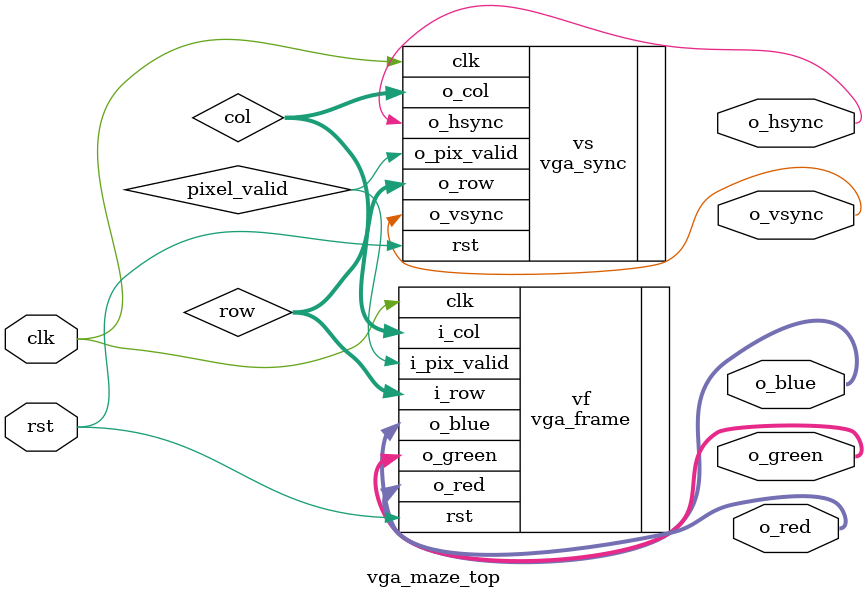
<source format=sv>
/*******************************************************************************
 * CS220: Digital Circuit Lab
 * Computer Science Department
 * University of Crete
 * 
 * Date: 2019/10/01
 * Author: CS220 Instructors
 * Filename: vga_maze_top.sv
 * Description: The top module that instantiates vga_sync and vga_frame 
 *
 ******************************************************************************/

`timescale 1ns/1ps

module vga_maze_top(
  input logic clk,
  input logic rst,

  output logic o_hsync,
  output logic o_vsync,
  output logic [3:0] o_red,
  output logic [3:0] o_green,
  output logic [3:0] o_blue
);

logic pixel_valid;
logic [9:0] col;
logic [9:0] row;

vga_sync vs (
  .clk(clk),
  .rst(rst),
  .o_pix_valid(pixel_valid),
  .o_col(col),
  .o_row(row),
  .o_hsync(o_hsync),
  .o_vsync(o_vsync)
);

vga_frame vf (
  .clk(clk),
  .rst(rst),
  .i_pix_valid(pixel_valid),
  .i_col(col),
  .i_row(row),
  .o_red(o_red),
  .o_green(o_green),
  .o_blue(o_blue)
);

endmodule

</source>
